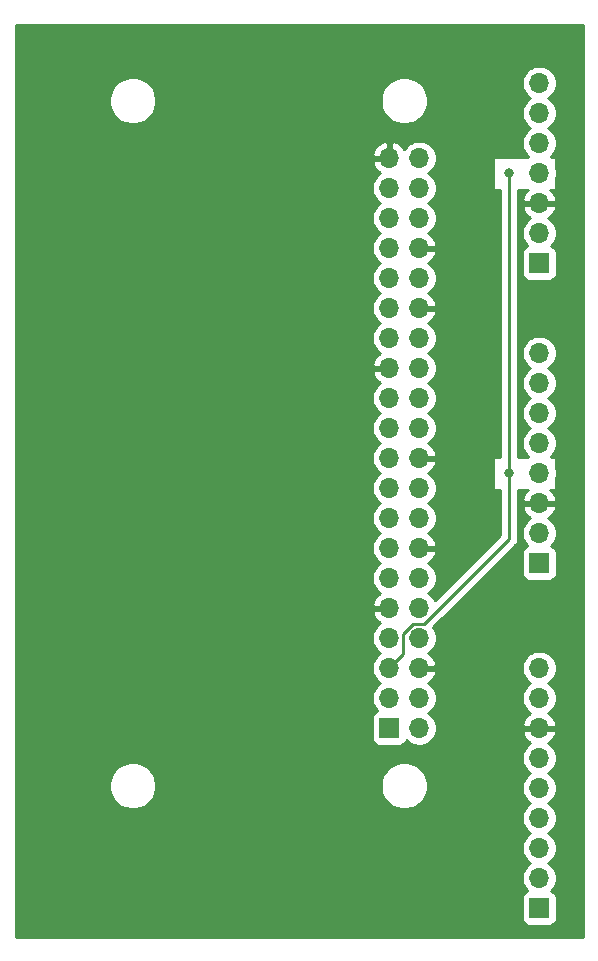
<source format=gbr>
G04 #@! TF.GenerationSoftware,KiCad,Pcbnew,(5.1.5)-3*
G04 #@! TF.CreationDate,2019-12-27T21:02:48-05:00*
G04 #@! TF.ProjectId,pi-altim,70692d61-6c74-4696-9d2e-6b696361645f,rev?*
G04 #@! TF.SameCoordinates,Original*
G04 #@! TF.FileFunction,Copper,L2,Bot*
G04 #@! TF.FilePolarity,Positive*
%FSLAX46Y46*%
G04 Gerber Fmt 4.6, Leading zero omitted, Abs format (unit mm)*
G04 Created by KiCad (PCBNEW (5.1.5)-3) date 2019-12-27 21:02:48*
%MOMM*%
%LPD*%
G04 APERTURE LIST*
%ADD10O,1.700000X1.700000*%
%ADD11R,1.700000X1.700000*%
%ADD12C,0.800000*%
%ADD13C,0.250000*%
%ADD14C,0.254000*%
G04 APERTURE END LIST*
D10*
X46990000Y-64770000D03*
X44450000Y-67310000D03*
X44450000Y-52070000D03*
X46990000Y-52070000D03*
X46990000Y-67310000D03*
X44450000Y-64770000D03*
X46990000Y-69850000D03*
D11*
X44450000Y-69850000D03*
D10*
X44450000Y-41910000D03*
X46990000Y-41910000D03*
X44450000Y-57150000D03*
X46990000Y-57150000D03*
X44450000Y-36830000D03*
X46990000Y-36830000D03*
X44450000Y-54610000D03*
X46990000Y-54610000D03*
X44450000Y-59690000D03*
X46990000Y-59690000D03*
X44450000Y-46990000D03*
X46990000Y-46990000D03*
X44450000Y-24130000D03*
X46990000Y-24130000D03*
X44450000Y-29210000D03*
X46990000Y-29210000D03*
X44450000Y-26670000D03*
X46990000Y-26670000D03*
X44450000Y-49530000D03*
X46990000Y-49530000D03*
X44450000Y-31750000D03*
X46990000Y-31750000D03*
X44450000Y-62230000D03*
X46990000Y-62230000D03*
X44450000Y-34290000D03*
X46990000Y-34290000D03*
X44450000Y-44450000D03*
X46990000Y-44450000D03*
X44450000Y-39370000D03*
X46990000Y-39370000D03*
X44450000Y-21590000D03*
X46990000Y-21590000D03*
D11*
X57150000Y-30480000D03*
D10*
X57150000Y-27940000D03*
X57150000Y-25400000D03*
X57150000Y-22860000D03*
X57150000Y-20320000D03*
X57150000Y-17780000D03*
X57150000Y-15240000D03*
D11*
X57150000Y-55880000D03*
D10*
X57150000Y-53340000D03*
X57150000Y-50800000D03*
X57150000Y-48260000D03*
X57150000Y-45720000D03*
X57150000Y-43180000D03*
X57150000Y-40640000D03*
X57150000Y-38100000D03*
D11*
X57150000Y-85090000D03*
D10*
X57150000Y-82550000D03*
X57150000Y-80010000D03*
X57150000Y-77470000D03*
X57150000Y-74930000D03*
X57150000Y-72390000D03*
X57150000Y-69850000D03*
X57150000Y-67310000D03*
X57150000Y-64770000D03*
D12*
X54610000Y-22860000D03*
X54610000Y-48260000D03*
D13*
X54610000Y-22860000D02*
X54610000Y-48260000D01*
X45299999Y-63920001D02*
X44450000Y-64770000D01*
X45625001Y-63594999D02*
X45299999Y-63920001D01*
X45625001Y-61855997D02*
X45625001Y-63594999D01*
X46425999Y-61054999D02*
X45625001Y-61855997D01*
X47364003Y-61054999D02*
X46425999Y-61054999D01*
X54610000Y-53809002D02*
X47364003Y-61054999D01*
X54610000Y-48260000D02*
X54610000Y-53809002D01*
D14*
G36*
X60833000Y-87503000D02*
G01*
X12827000Y-87503000D01*
X12827000Y-84240000D01*
X55661928Y-84240000D01*
X55661928Y-85940000D01*
X55674188Y-86064482D01*
X55710498Y-86184180D01*
X55769463Y-86294494D01*
X55848815Y-86391185D01*
X55945506Y-86470537D01*
X56055820Y-86529502D01*
X56175518Y-86565812D01*
X56300000Y-86578072D01*
X58000000Y-86578072D01*
X58124482Y-86565812D01*
X58244180Y-86529502D01*
X58354494Y-86470537D01*
X58451185Y-86391185D01*
X58530537Y-86294494D01*
X58589502Y-86184180D01*
X58625812Y-86064482D01*
X58638072Y-85940000D01*
X58638072Y-84240000D01*
X58625812Y-84115518D01*
X58589502Y-83995820D01*
X58530537Y-83885506D01*
X58451185Y-83788815D01*
X58354494Y-83709463D01*
X58244180Y-83650498D01*
X58171620Y-83628487D01*
X58303475Y-83496632D01*
X58465990Y-83253411D01*
X58577932Y-82983158D01*
X58635000Y-82696260D01*
X58635000Y-82403740D01*
X58577932Y-82116842D01*
X58465990Y-81846589D01*
X58303475Y-81603368D01*
X58096632Y-81396525D01*
X57922240Y-81280000D01*
X58096632Y-81163475D01*
X58303475Y-80956632D01*
X58465990Y-80713411D01*
X58577932Y-80443158D01*
X58635000Y-80156260D01*
X58635000Y-79863740D01*
X58577932Y-79576842D01*
X58465990Y-79306589D01*
X58303475Y-79063368D01*
X58096632Y-78856525D01*
X57922240Y-78740000D01*
X58096632Y-78623475D01*
X58303475Y-78416632D01*
X58465990Y-78173411D01*
X58577932Y-77903158D01*
X58635000Y-77616260D01*
X58635000Y-77323740D01*
X58577932Y-77036842D01*
X58465990Y-76766589D01*
X58303475Y-76523368D01*
X58096632Y-76316525D01*
X57922240Y-76200000D01*
X58096632Y-76083475D01*
X58303475Y-75876632D01*
X58465990Y-75633411D01*
X58577932Y-75363158D01*
X58635000Y-75076260D01*
X58635000Y-74783740D01*
X58577932Y-74496842D01*
X58465990Y-74226589D01*
X58303475Y-73983368D01*
X58096632Y-73776525D01*
X57922240Y-73660000D01*
X58096632Y-73543475D01*
X58303475Y-73336632D01*
X58465990Y-73093411D01*
X58577932Y-72823158D01*
X58635000Y-72536260D01*
X58635000Y-72243740D01*
X58577932Y-71956842D01*
X58465990Y-71686589D01*
X58303475Y-71443368D01*
X58096632Y-71236525D01*
X57914466Y-71114805D01*
X58031355Y-71045178D01*
X58247588Y-70850269D01*
X58421641Y-70616920D01*
X58546825Y-70354099D01*
X58591476Y-70206890D01*
X58470155Y-69977000D01*
X57277000Y-69977000D01*
X57277000Y-69997000D01*
X57023000Y-69997000D01*
X57023000Y-69977000D01*
X55829845Y-69977000D01*
X55708524Y-70206890D01*
X55753175Y-70354099D01*
X55878359Y-70616920D01*
X56052412Y-70850269D01*
X56268645Y-71045178D01*
X56385534Y-71114805D01*
X56203368Y-71236525D01*
X55996525Y-71443368D01*
X55834010Y-71686589D01*
X55722068Y-71956842D01*
X55665000Y-72243740D01*
X55665000Y-72536260D01*
X55722068Y-72823158D01*
X55834010Y-73093411D01*
X55996525Y-73336632D01*
X56203368Y-73543475D01*
X56377760Y-73660000D01*
X56203368Y-73776525D01*
X55996525Y-73983368D01*
X55834010Y-74226589D01*
X55722068Y-74496842D01*
X55665000Y-74783740D01*
X55665000Y-75076260D01*
X55722068Y-75363158D01*
X55834010Y-75633411D01*
X55996525Y-75876632D01*
X56203368Y-76083475D01*
X56377760Y-76200000D01*
X56203368Y-76316525D01*
X55996525Y-76523368D01*
X55834010Y-76766589D01*
X55722068Y-77036842D01*
X55665000Y-77323740D01*
X55665000Y-77616260D01*
X55722068Y-77903158D01*
X55834010Y-78173411D01*
X55996525Y-78416632D01*
X56203368Y-78623475D01*
X56377760Y-78740000D01*
X56203368Y-78856525D01*
X55996525Y-79063368D01*
X55834010Y-79306589D01*
X55722068Y-79576842D01*
X55665000Y-79863740D01*
X55665000Y-80156260D01*
X55722068Y-80443158D01*
X55834010Y-80713411D01*
X55996525Y-80956632D01*
X56203368Y-81163475D01*
X56377760Y-81280000D01*
X56203368Y-81396525D01*
X55996525Y-81603368D01*
X55834010Y-81846589D01*
X55722068Y-82116842D01*
X55665000Y-82403740D01*
X55665000Y-82696260D01*
X55722068Y-82983158D01*
X55834010Y-83253411D01*
X55996525Y-83496632D01*
X56128380Y-83628487D01*
X56055820Y-83650498D01*
X55945506Y-83709463D01*
X55848815Y-83788815D01*
X55769463Y-83885506D01*
X55710498Y-83995820D01*
X55674188Y-84115518D01*
X55661928Y-84240000D01*
X12827000Y-84240000D01*
X12827000Y-74522032D01*
X20710000Y-74522032D01*
X20710000Y-74917968D01*
X20787243Y-75306296D01*
X20938761Y-75672092D01*
X21158731Y-76001301D01*
X21438699Y-76281269D01*
X21767908Y-76501239D01*
X22133704Y-76652757D01*
X22522032Y-76730000D01*
X22917968Y-76730000D01*
X23306296Y-76652757D01*
X23672092Y-76501239D01*
X24001301Y-76281269D01*
X24281269Y-76001301D01*
X24501239Y-75672092D01*
X24652757Y-75306296D01*
X24730000Y-74917968D01*
X24730000Y-74522032D01*
X43710000Y-74522032D01*
X43710000Y-74917968D01*
X43787243Y-75306296D01*
X43938761Y-75672092D01*
X44158731Y-76001301D01*
X44438699Y-76281269D01*
X44767908Y-76501239D01*
X45133704Y-76652757D01*
X45522032Y-76730000D01*
X45917968Y-76730000D01*
X46306296Y-76652757D01*
X46672092Y-76501239D01*
X47001301Y-76281269D01*
X47281269Y-76001301D01*
X47501239Y-75672092D01*
X47652757Y-75306296D01*
X47730000Y-74917968D01*
X47730000Y-74522032D01*
X47652757Y-74133704D01*
X47501239Y-73767908D01*
X47281269Y-73438699D01*
X47001301Y-73158731D01*
X46672092Y-72938761D01*
X46306296Y-72787243D01*
X45917968Y-72710000D01*
X45522032Y-72710000D01*
X45133704Y-72787243D01*
X44767908Y-72938761D01*
X44438699Y-73158731D01*
X44158731Y-73438699D01*
X43938761Y-73767908D01*
X43787243Y-74133704D01*
X43710000Y-74522032D01*
X24730000Y-74522032D01*
X24652757Y-74133704D01*
X24501239Y-73767908D01*
X24281269Y-73438699D01*
X24001301Y-73158731D01*
X23672092Y-72938761D01*
X23306296Y-72787243D01*
X22917968Y-72710000D01*
X22522032Y-72710000D01*
X22133704Y-72787243D01*
X21767908Y-72938761D01*
X21438699Y-73158731D01*
X21158731Y-73438699D01*
X20938761Y-73767908D01*
X20787243Y-74133704D01*
X20710000Y-74522032D01*
X12827000Y-74522032D01*
X12827000Y-69000000D01*
X42961928Y-69000000D01*
X42961928Y-70700000D01*
X42974188Y-70824482D01*
X43010498Y-70944180D01*
X43069463Y-71054494D01*
X43148815Y-71151185D01*
X43245506Y-71230537D01*
X43355820Y-71289502D01*
X43475518Y-71325812D01*
X43600000Y-71338072D01*
X45300000Y-71338072D01*
X45424482Y-71325812D01*
X45544180Y-71289502D01*
X45654494Y-71230537D01*
X45751185Y-71151185D01*
X45830537Y-71054494D01*
X45889502Y-70944180D01*
X45911513Y-70871620D01*
X46043368Y-71003475D01*
X46286589Y-71165990D01*
X46556842Y-71277932D01*
X46843740Y-71335000D01*
X47136260Y-71335000D01*
X47423158Y-71277932D01*
X47693411Y-71165990D01*
X47936632Y-71003475D01*
X48143475Y-70796632D01*
X48305990Y-70553411D01*
X48417932Y-70283158D01*
X48475000Y-69996260D01*
X48475000Y-69703740D01*
X48417932Y-69416842D01*
X48305990Y-69146589D01*
X48143475Y-68903368D01*
X47936632Y-68696525D01*
X47762240Y-68580000D01*
X47936632Y-68463475D01*
X48143475Y-68256632D01*
X48305990Y-68013411D01*
X48417932Y-67743158D01*
X48475000Y-67456260D01*
X48475000Y-67163740D01*
X48417932Y-66876842D01*
X48305990Y-66606589D01*
X48143475Y-66363368D01*
X47936632Y-66156525D01*
X47754466Y-66034805D01*
X47871355Y-65965178D01*
X48087588Y-65770269D01*
X48261641Y-65536920D01*
X48386825Y-65274099D01*
X48431476Y-65126890D01*
X48310155Y-64897000D01*
X47117000Y-64897000D01*
X47117000Y-64917000D01*
X46863000Y-64917000D01*
X46863000Y-64897000D01*
X46843000Y-64897000D01*
X46843000Y-64643000D01*
X46863000Y-64643000D01*
X46863000Y-64623000D01*
X47117000Y-64623000D01*
X47117000Y-64643000D01*
X48310155Y-64643000D01*
X48320319Y-64623740D01*
X55665000Y-64623740D01*
X55665000Y-64916260D01*
X55722068Y-65203158D01*
X55834010Y-65473411D01*
X55996525Y-65716632D01*
X56203368Y-65923475D01*
X56377760Y-66040000D01*
X56203368Y-66156525D01*
X55996525Y-66363368D01*
X55834010Y-66606589D01*
X55722068Y-66876842D01*
X55665000Y-67163740D01*
X55665000Y-67456260D01*
X55722068Y-67743158D01*
X55834010Y-68013411D01*
X55996525Y-68256632D01*
X56203368Y-68463475D01*
X56385534Y-68585195D01*
X56268645Y-68654822D01*
X56052412Y-68849731D01*
X55878359Y-69083080D01*
X55753175Y-69345901D01*
X55708524Y-69493110D01*
X55829845Y-69723000D01*
X57023000Y-69723000D01*
X57023000Y-69703000D01*
X57277000Y-69703000D01*
X57277000Y-69723000D01*
X58470155Y-69723000D01*
X58591476Y-69493110D01*
X58546825Y-69345901D01*
X58421641Y-69083080D01*
X58247588Y-68849731D01*
X58031355Y-68654822D01*
X57914466Y-68585195D01*
X58096632Y-68463475D01*
X58303475Y-68256632D01*
X58465990Y-68013411D01*
X58577932Y-67743158D01*
X58635000Y-67456260D01*
X58635000Y-67163740D01*
X58577932Y-66876842D01*
X58465990Y-66606589D01*
X58303475Y-66363368D01*
X58096632Y-66156525D01*
X57922240Y-66040000D01*
X58096632Y-65923475D01*
X58303475Y-65716632D01*
X58465990Y-65473411D01*
X58577932Y-65203158D01*
X58635000Y-64916260D01*
X58635000Y-64623740D01*
X58577932Y-64336842D01*
X58465990Y-64066589D01*
X58303475Y-63823368D01*
X58096632Y-63616525D01*
X57853411Y-63454010D01*
X57583158Y-63342068D01*
X57296260Y-63285000D01*
X57003740Y-63285000D01*
X56716842Y-63342068D01*
X56446589Y-63454010D01*
X56203368Y-63616525D01*
X55996525Y-63823368D01*
X55834010Y-64066589D01*
X55722068Y-64336842D01*
X55665000Y-64623740D01*
X48320319Y-64623740D01*
X48431476Y-64413110D01*
X48386825Y-64265901D01*
X48261641Y-64003080D01*
X48087588Y-63769731D01*
X47871355Y-63574822D01*
X47754466Y-63505195D01*
X47936632Y-63383475D01*
X48143475Y-63176632D01*
X48305990Y-62933411D01*
X48417932Y-62663158D01*
X48475000Y-62376260D01*
X48475000Y-62083740D01*
X48417932Y-61796842D01*
X48305990Y-61526589D01*
X48170295Y-61323508D01*
X54463803Y-55030000D01*
X55661928Y-55030000D01*
X55661928Y-56730000D01*
X55674188Y-56854482D01*
X55710498Y-56974180D01*
X55769463Y-57084494D01*
X55848815Y-57181185D01*
X55945506Y-57260537D01*
X56055820Y-57319502D01*
X56175518Y-57355812D01*
X56300000Y-57368072D01*
X58000000Y-57368072D01*
X58124482Y-57355812D01*
X58244180Y-57319502D01*
X58354494Y-57260537D01*
X58451185Y-57181185D01*
X58530537Y-57084494D01*
X58589502Y-56974180D01*
X58625812Y-56854482D01*
X58638072Y-56730000D01*
X58638072Y-55030000D01*
X58625812Y-54905518D01*
X58589502Y-54785820D01*
X58530537Y-54675506D01*
X58451185Y-54578815D01*
X58354494Y-54499463D01*
X58244180Y-54440498D01*
X58171620Y-54418487D01*
X58303475Y-54286632D01*
X58465990Y-54043411D01*
X58577932Y-53773158D01*
X58635000Y-53486260D01*
X58635000Y-53193740D01*
X58577932Y-52906842D01*
X58465990Y-52636589D01*
X58303475Y-52393368D01*
X58096632Y-52186525D01*
X57914466Y-52064805D01*
X58031355Y-51995178D01*
X58247588Y-51800269D01*
X58421641Y-51566920D01*
X58546825Y-51304099D01*
X58591476Y-51156890D01*
X58470155Y-50927000D01*
X57277000Y-50927000D01*
X57277000Y-50947000D01*
X57023000Y-50947000D01*
X57023000Y-50927000D01*
X55829845Y-50927000D01*
X55708524Y-51156890D01*
X55753175Y-51304099D01*
X55878359Y-51566920D01*
X56052412Y-51800269D01*
X56268645Y-51995178D01*
X56385534Y-52064805D01*
X56203368Y-52186525D01*
X55996525Y-52393368D01*
X55834010Y-52636589D01*
X55722068Y-52906842D01*
X55665000Y-53193740D01*
X55665000Y-53486260D01*
X55722068Y-53773158D01*
X55834010Y-54043411D01*
X55996525Y-54286632D01*
X56128380Y-54418487D01*
X56055820Y-54440498D01*
X55945506Y-54499463D01*
X55848815Y-54578815D01*
X55769463Y-54675506D01*
X55710498Y-54785820D01*
X55674188Y-54905518D01*
X55661928Y-55030000D01*
X54463803Y-55030000D01*
X55121003Y-54372801D01*
X55150001Y-54349003D01*
X55244974Y-54233278D01*
X55315546Y-54101249D01*
X55359003Y-53957988D01*
X55370000Y-53846335D01*
X55370000Y-53846326D01*
X55373676Y-53809003D01*
X55370000Y-53771680D01*
X55370000Y-49657000D01*
X56210758Y-49657000D01*
X56052412Y-49799731D01*
X55878359Y-50033080D01*
X55753175Y-50295901D01*
X55708524Y-50443110D01*
X55829845Y-50673000D01*
X57023000Y-50673000D01*
X57023000Y-50653000D01*
X57277000Y-50653000D01*
X57277000Y-50673000D01*
X58470155Y-50673000D01*
X58591476Y-50443110D01*
X58546825Y-50295901D01*
X58421641Y-50033080D01*
X58247588Y-49799731D01*
X58089242Y-49657000D01*
X58420000Y-49657000D01*
X58444776Y-49654560D01*
X58468601Y-49647333D01*
X58490557Y-49635597D01*
X58509803Y-49619803D01*
X58525597Y-49600557D01*
X58537333Y-49578601D01*
X58544560Y-49554776D01*
X58547000Y-49530000D01*
X58547000Y-48767835D01*
X58577932Y-48693158D01*
X58635000Y-48406260D01*
X58635000Y-48113740D01*
X58577932Y-47826842D01*
X58547000Y-47752165D01*
X58547000Y-46990000D01*
X58544560Y-46965224D01*
X58537333Y-46941399D01*
X58525597Y-46919443D01*
X58509803Y-46900197D01*
X58490557Y-46884403D01*
X58468601Y-46872667D01*
X58444776Y-46865440D01*
X58420000Y-46863000D01*
X58107107Y-46863000D01*
X58303475Y-46666632D01*
X58465990Y-46423411D01*
X58577932Y-46153158D01*
X58635000Y-45866260D01*
X58635000Y-45573740D01*
X58577932Y-45286842D01*
X58465990Y-45016589D01*
X58303475Y-44773368D01*
X58096632Y-44566525D01*
X57922240Y-44450000D01*
X58096632Y-44333475D01*
X58303475Y-44126632D01*
X58465990Y-43883411D01*
X58577932Y-43613158D01*
X58635000Y-43326260D01*
X58635000Y-43033740D01*
X58577932Y-42746842D01*
X58465990Y-42476589D01*
X58303475Y-42233368D01*
X58096632Y-42026525D01*
X57922240Y-41910000D01*
X58096632Y-41793475D01*
X58303475Y-41586632D01*
X58465990Y-41343411D01*
X58577932Y-41073158D01*
X58635000Y-40786260D01*
X58635000Y-40493740D01*
X58577932Y-40206842D01*
X58465990Y-39936589D01*
X58303475Y-39693368D01*
X58096632Y-39486525D01*
X57922240Y-39370000D01*
X58096632Y-39253475D01*
X58303475Y-39046632D01*
X58465990Y-38803411D01*
X58577932Y-38533158D01*
X58635000Y-38246260D01*
X58635000Y-37953740D01*
X58577932Y-37666842D01*
X58465990Y-37396589D01*
X58303475Y-37153368D01*
X58096632Y-36946525D01*
X57853411Y-36784010D01*
X57583158Y-36672068D01*
X57296260Y-36615000D01*
X57003740Y-36615000D01*
X56716842Y-36672068D01*
X56446589Y-36784010D01*
X56203368Y-36946525D01*
X55996525Y-37153368D01*
X55834010Y-37396589D01*
X55722068Y-37666842D01*
X55665000Y-37953740D01*
X55665000Y-38246260D01*
X55722068Y-38533158D01*
X55834010Y-38803411D01*
X55996525Y-39046632D01*
X56203368Y-39253475D01*
X56377760Y-39370000D01*
X56203368Y-39486525D01*
X55996525Y-39693368D01*
X55834010Y-39936589D01*
X55722068Y-40206842D01*
X55665000Y-40493740D01*
X55665000Y-40786260D01*
X55722068Y-41073158D01*
X55834010Y-41343411D01*
X55996525Y-41586632D01*
X56203368Y-41793475D01*
X56377760Y-41910000D01*
X56203368Y-42026525D01*
X55996525Y-42233368D01*
X55834010Y-42476589D01*
X55722068Y-42746842D01*
X55665000Y-43033740D01*
X55665000Y-43326260D01*
X55722068Y-43613158D01*
X55834010Y-43883411D01*
X55996525Y-44126632D01*
X56203368Y-44333475D01*
X56377760Y-44450000D01*
X56203368Y-44566525D01*
X55996525Y-44773368D01*
X55834010Y-45016589D01*
X55722068Y-45286842D01*
X55665000Y-45573740D01*
X55665000Y-45866260D01*
X55722068Y-46153158D01*
X55834010Y-46423411D01*
X55996525Y-46666632D01*
X56192893Y-46863000D01*
X55370000Y-46863000D01*
X55370000Y-29630000D01*
X55661928Y-29630000D01*
X55661928Y-31330000D01*
X55674188Y-31454482D01*
X55710498Y-31574180D01*
X55769463Y-31684494D01*
X55848815Y-31781185D01*
X55945506Y-31860537D01*
X56055820Y-31919502D01*
X56175518Y-31955812D01*
X56300000Y-31968072D01*
X58000000Y-31968072D01*
X58124482Y-31955812D01*
X58244180Y-31919502D01*
X58354494Y-31860537D01*
X58451185Y-31781185D01*
X58530537Y-31684494D01*
X58589502Y-31574180D01*
X58625812Y-31454482D01*
X58638072Y-31330000D01*
X58638072Y-29630000D01*
X58625812Y-29505518D01*
X58589502Y-29385820D01*
X58530537Y-29275506D01*
X58451185Y-29178815D01*
X58354494Y-29099463D01*
X58244180Y-29040498D01*
X58171620Y-29018487D01*
X58303475Y-28886632D01*
X58465990Y-28643411D01*
X58577932Y-28373158D01*
X58635000Y-28086260D01*
X58635000Y-27793740D01*
X58577932Y-27506842D01*
X58465990Y-27236589D01*
X58303475Y-26993368D01*
X58096632Y-26786525D01*
X57914466Y-26664805D01*
X58031355Y-26595178D01*
X58247588Y-26400269D01*
X58421641Y-26166920D01*
X58546825Y-25904099D01*
X58591476Y-25756890D01*
X58470155Y-25527000D01*
X57277000Y-25527000D01*
X57277000Y-25547000D01*
X57023000Y-25547000D01*
X57023000Y-25527000D01*
X55829845Y-25527000D01*
X55708524Y-25756890D01*
X55753175Y-25904099D01*
X55878359Y-26166920D01*
X56052412Y-26400269D01*
X56268645Y-26595178D01*
X56385534Y-26664805D01*
X56203368Y-26786525D01*
X55996525Y-26993368D01*
X55834010Y-27236589D01*
X55722068Y-27506842D01*
X55665000Y-27793740D01*
X55665000Y-28086260D01*
X55722068Y-28373158D01*
X55834010Y-28643411D01*
X55996525Y-28886632D01*
X56128380Y-29018487D01*
X56055820Y-29040498D01*
X55945506Y-29099463D01*
X55848815Y-29178815D01*
X55769463Y-29275506D01*
X55710498Y-29385820D01*
X55674188Y-29505518D01*
X55661928Y-29630000D01*
X55370000Y-29630000D01*
X55370000Y-24257000D01*
X56210758Y-24257000D01*
X56052412Y-24399731D01*
X55878359Y-24633080D01*
X55753175Y-24895901D01*
X55708524Y-25043110D01*
X55829845Y-25273000D01*
X57023000Y-25273000D01*
X57023000Y-25253000D01*
X57277000Y-25253000D01*
X57277000Y-25273000D01*
X58470155Y-25273000D01*
X58591476Y-25043110D01*
X58546825Y-24895901D01*
X58421641Y-24633080D01*
X58247588Y-24399731D01*
X58089242Y-24257000D01*
X58420000Y-24257000D01*
X58444776Y-24254560D01*
X58468601Y-24247333D01*
X58490557Y-24235597D01*
X58509803Y-24219803D01*
X58525597Y-24200557D01*
X58537333Y-24178601D01*
X58544560Y-24154776D01*
X58547000Y-24130000D01*
X58547000Y-23367835D01*
X58577932Y-23293158D01*
X58635000Y-23006260D01*
X58635000Y-22713740D01*
X58577932Y-22426842D01*
X58547000Y-22352165D01*
X58547000Y-21590000D01*
X58544560Y-21565224D01*
X58537333Y-21541399D01*
X58525597Y-21519443D01*
X58509803Y-21500197D01*
X58490557Y-21484403D01*
X58468601Y-21472667D01*
X58444776Y-21465440D01*
X58420000Y-21463000D01*
X58107107Y-21463000D01*
X58303475Y-21266632D01*
X58465990Y-21023411D01*
X58577932Y-20753158D01*
X58635000Y-20466260D01*
X58635000Y-20173740D01*
X58577932Y-19886842D01*
X58465990Y-19616589D01*
X58303475Y-19373368D01*
X58096632Y-19166525D01*
X57922240Y-19050000D01*
X58096632Y-18933475D01*
X58303475Y-18726632D01*
X58465990Y-18483411D01*
X58577932Y-18213158D01*
X58635000Y-17926260D01*
X58635000Y-17633740D01*
X58577932Y-17346842D01*
X58465990Y-17076589D01*
X58303475Y-16833368D01*
X58096632Y-16626525D01*
X57922240Y-16510000D01*
X58096632Y-16393475D01*
X58303475Y-16186632D01*
X58465990Y-15943411D01*
X58577932Y-15673158D01*
X58635000Y-15386260D01*
X58635000Y-15093740D01*
X58577932Y-14806842D01*
X58465990Y-14536589D01*
X58303475Y-14293368D01*
X58096632Y-14086525D01*
X57853411Y-13924010D01*
X57583158Y-13812068D01*
X57296260Y-13755000D01*
X57003740Y-13755000D01*
X56716842Y-13812068D01*
X56446589Y-13924010D01*
X56203368Y-14086525D01*
X55996525Y-14293368D01*
X55834010Y-14536589D01*
X55722068Y-14806842D01*
X55665000Y-15093740D01*
X55665000Y-15386260D01*
X55722068Y-15673158D01*
X55834010Y-15943411D01*
X55996525Y-16186632D01*
X56203368Y-16393475D01*
X56377760Y-16510000D01*
X56203368Y-16626525D01*
X55996525Y-16833368D01*
X55834010Y-17076589D01*
X55722068Y-17346842D01*
X55665000Y-17633740D01*
X55665000Y-17926260D01*
X55722068Y-18213158D01*
X55834010Y-18483411D01*
X55996525Y-18726632D01*
X56203368Y-18933475D01*
X56377760Y-19050000D01*
X56203368Y-19166525D01*
X55996525Y-19373368D01*
X55834010Y-19616589D01*
X55722068Y-19886842D01*
X55665000Y-20173740D01*
X55665000Y-20466260D01*
X55722068Y-20753158D01*
X55834010Y-21023411D01*
X55996525Y-21266632D01*
X56192893Y-21463000D01*
X53340000Y-21463000D01*
X53315224Y-21465440D01*
X53291399Y-21472667D01*
X53269443Y-21484403D01*
X53250197Y-21500197D01*
X53234403Y-21519443D01*
X53222667Y-21541399D01*
X53215440Y-21565224D01*
X53213000Y-21590000D01*
X53213000Y-24130000D01*
X53215440Y-24154776D01*
X53222667Y-24178601D01*
X53234403Y-24200557D01*
X53250197Y-24219803D01*
X53269443Y-24235597D01*
X53291399Y-24247333D01*
X53315224Y-24254560D01*
X53340000Y-24257000D01*
X53850000Y-24257000D01*
X53850001Y-46863000D01*
X53340000Y-46863000D01*
X53315224Y-46865440D01*
X53291399Y-46872667D01*
X53269443Y-46884403D01*
X53250197Y-46900197D01*
X53234403Y-46919443D01*
X53222667Y-46941399D01*
X53215440Y-46965224D01*
X53213000Y-46990000D01*
X53213000Y-49530000D01*
X53215440Y-49554776D01*
X53222667Y-49578601D01*
X53234403Y-49600557D01*
X53250197Y-49619803D01*
X53269443Y-49635597D01*
X53291399Y-49647333D01*
X53315224Y-49654560D01*
X53340000Y-49657000D01*
X53850000Y-49657000D01*
X53850001Y-53494199D01*
X48321110Y-59023091D01*
X48305990Y-58986589D01*
X48143475Y-58743368D01*
X47936632Y-58536525D01*
X47762240Y-58420000D01*
X47936632Y-58303475D01*
X48143475Y-58096632D01*
X48305990Y-57853411D01*
X48417932Y-57583158D01*
X48475000Y-57296260D01*
X48475000Y-57003740D01*
X48417932Y-56716842D01*
X48305990Y-56446589D01*
X48143475Y-56203368D01*
X47936632Y-55996525D01*
X47754466Y-55874805D01*
X47871355Y-55805178D01*
X48087588Y-55610269D01*
X48261641Y-55376920D01*
X48386825Y-55114099D01*
X48431476Y-54966890D01*
X48310155Y-54737000D01*
X47117000Y-54737000D01*
X47117000Y-54757000D01*
X46863000Y-54757000D01*
X46863000Y-54737000D01*
X46843000Y-54737000D01*
X46843000Y-54483000D01*
X46863000Y-54483000D01*
X46863000Y-54463000D01*
X47117000Y-54463000D01*
X47117000Y-54483000D01*
X48310155Y-54483000D01*
X48431476Y-54253110D01*
X48386825Y-54105901D01*
X48261641Y-53843080D01*
X48087588Y-53609731D01*
X47871355Y-53414822D01*
X47754466Y-53345195D01*
X47936632Y-53223475D01*
X48143475Y-53016632D01*
X48305990Y-52773411D01*
X48417932Y-52503158D01*
X48475000Y-52216260D01*
X48475000Y-51923740D01*
X48417932Y-51636842D01*
X48305990Y-51366589D01*
X48143475Y-51123368D01*
X47936632Y-50916525D01*
X47762240Y-50800000D01*
X47936632Y-50683475D01*
X48143475Y-50476632D01*
X48305990Y-50233411D01*
X48417932Y-49963158D01*
X48475000Y-49676260D01*
X48475000Y-49383740D01*
X48417932Y-49096842D01*
X48305990Y-48826589D01*
X48143475Y-48583368D01*
X47936632Y-48376525D01*
X47754466Y-48254805D01*
X47871355Y-48185178D01*
X48087588Y-47990269D01*
X48261641Y-47756920D01*
X48386825Y-47494099D01*
X48431476Y-47346890D01*
X48310155Y-47117000D01*
X47117000Y-47117000D01*
X47117000Y-47137000D01*
X46863000Y-47137000D01*
X46863000Y-47117000D01*
X46843000Y-47117000D01*
X46843000Y-46863000D01*
X46863000Y-46863000D01*
X46863000Y-46843000D01*
X47117000Y-46843000D01*
X47117000Y-46863000D01*
X48310155Y-46863000D01*
X48431476Y-46633110D01*
X48386825Y-46485901D01*
X48261641Y-46223080D01*
X48087588Y-45989731D01*
X47871355Y-45794822D01*
X47754466Y-45725195D01*
X47936632Y-45603475D01*
X48143475Y-45396632D01*
X48305990Y-45153411D01*
X48417932Y-44883158D01*
X48475000Y-44596260D01*
X48475000Y-44303740D01*
X48417932Y-44016842D01*
X48305990Y-43746589D01*
X48143475Y-43503368D01*
X47936632Y-43296525D01*
X47762240Y-43180000D01*
X47936632Y-43063475D01*
X48143475Y-42856632D01*
X48305990Y-42613411D01*
X48417932Y-42343158D01*
X48475000Y-42056260D01*
X48475000Y-41763740D01*
X48417932Y-41476842D01*
X48305990Y-41206589D01*
X48143475Y-40963368D01*
X47936632Y-40756525D01*
X47762240Y-40640000D01*
X47936632Y-40523475D01*
X48143475Y-40316632D01*
X48305990Y-40073411D01*
X48417932Y-39803158D01*
X48475000Y-39516260D01*
X48475000Y-39223740D01*
X48417932Y-38936842D01*
X48305990Y-38666589D01*
X48143475Y-38423368D01*
X47936632Y-38216525D01*
X47762240Y-38100000D01*
X47936632Y-37983475D01*
X48143475Y-37776632D01*
X48305990Y-37533411D01*
X48417932Y-37263158D01*
X48475000Y-36976260D01*
X48475000Y-36683740D01*
X48417932Y-36396842D01*
X48305990Y-36126589D01*
X48143475Y-35883368D01*
X47936632Y-35676525D01*
X47754466Y-35554805D01*
X47871355Y-35485178D01*
X48087588Y-35290269D01*
X48261641Y-35056920D01*
X48386825Y-34794099D01*
X48431476Y-34646890D01*
X48310155Y-34417000D01*
X47117000Y-34417000D01*
X47117000Y-34437000D01*
X46863000Y-34437000D01*
X46863000Y-34417000D01*
X46843000Y-34417000D01*
X46843000Y-34163000D01*
X46863000Y-34163000D01*
X46863000Y-34143000D01*
X47117000Y-34143000D01*
X47117000Y-34163000D01*
X48310155Y-34163000D01*
X48431476Y-33933110D01*
X48386825Y-33785901D01*
X48261641Y-33523080D01*
X48087588Y-33289731D01*
X47871355Y-33094822D01*
X47754466Y-33025195D01*
X47936632Y-32903475D01*
X48143475Y-32696632D01*
X48305990Y-32453411D01*
X48417932Y-32183158D01*
X48475000Y-31896260D01*
X48475000Y-31603740D01*
X48417932Y-31316842D01*
X48305990Y-31046589D01*
X48143475Y-30803368D01*
X47936632Y-30596525D01*
X47754466Y-30474805D01*
X47871355Y-30405178D01*
X48087588Y-30210269D01*
X48261641Y-29976920D01*
X48386825Y-29714099D01*
X48431476Y-29566890D01*
X48310155Y-29337000D01*
X47117000Y-29337000D01*
X47117000Y-29357000D01*
X46863000Y-29357000D01*
X46863000Y-29337000D01*
X46843000Y-29337000D01*
X46843000Y-29083000D01*
X46863000Y-29083000D01*
X46863000Y-29063000D01*
X47117000Y-29063000D01*
X47117000Y-29083000D01*
X48310155Y-29083000D01*
X48431476Y-28853110D01*
X48386825Y-28705901D01*
X48261641Y-28443080D01*
X48087588Y-28209731D01*
X47871355Y-28014822D01*
X47754466Y-27945195D01*
X47936632Y-27823475D01*
X48143475Y-27616632D01*
X48305990Y-27373411D01*
X48417932Y-27103158D01*
X48475000Y-26816260D01*
X48475000Y-26523740D01*
X48417932Y-26236842D01*
X48305990Y-25966589D01*
X48143475Y-25723368D01*
X47936632Y-25516525D01*
X47762240Y-25400000D01*
X47936632Y-25283475D01*
X48143475Y-25076632D01*
X48305990Y-24833411D01*
X48417932Y-24563158D01*
X48475000Y-24276260D01*
X48475000Y-23983740D01*
X48417932Y-23696842D01*
X48305990Y-23426589D01*
X48143475Y-23183368D01*
X47936632Y-22976525D01*
X47762240Y-22860000D01*
X47936632Y-22743475D01*
X48143475Y-22536632D01*
X48305990Y-22293411D01*
X48417932Y-22023158D01*
X48475000Y-21736260D01*
X48475000Y-21443740D01*
X48417932Y-21156842D01*
X48305990Y-20886589D01*
X48143475Y-20643368D01*
X47936632Y-20436525D01*
X47693411Y-20274010D01*
X47423158Y-20162068D01*
X47136260Y-20105000D01*
X46843740Y-20105000D01*
X46556842Y-20162068D01*
X46286589Y-20274010D01*
X46043368Y-20436525D01*
X45836525Y-20643368D01*
X45718900Y-20819406D01*
X45547588Y-20589731D01*
X45331355Y-20394822D01*
X45081252Y-20245843D01*
X44806891Y-20148519D01*
X44577000Y-20269186D01*
X44577000Y-21463000D01*
X44597000Y-21463000D01*
X44597000Y-21717000D01*
X44577000Y-21717000D01*
X44577000Y-21737000D01*
X44323000Y-21737000D01*
X44323000Y-21717000D01*
X43129845Y-21717000D01*
X43008524Y-21946890D01*
X43053175Y-22094099D01*
X43178359Y-22356920D01*
X43352412Y-22590269D01*
X43568645Y-22785178D01*
X43685534Y-22854805D01*
X43503368Y-22976525D01*
X43296525Y-23183368D01*
X43134010Y-23426589D01*
X43022068Y-23696842D01*
X42965000Y-23983740D01*
X42965000Y-24276260D01*
X43022068Y-24563158D01*
X43134010Y-24833411D01*
X43296525Y-25076632D01*
X43503368Y-25283475D01*
X43677760Y-25400000D01*
X43503368Y-25516525D01*
X43296525Y-25723368D01*
X43134010Y-25966589D01*
X43022068Y-26236842D01*
X42965000Y-26523740D01*
X42965000Y-26816260D01*
X43022068Y-27103158D01*
X43134010Y-27373411D01*
X43296525Y-27616632D01*
X43503368Y-27823475D01*
X43677760Y-27940000D01*
X43503368Y-28056525D01*
X43296525Y-28263368D01*
X43134010Y-28506589D01*
X43022068Y-28776842D01*
X42965000Y-29063740D01*
X42965000Y-29356260D01*
X43022068Y-29643158D01*
X43134010Y-29913411D01*
X43296525Y-30156632D01*
X43503368Y-30363475D01*
X43677760Y-30480000D01*
X43503368Y-30596525D01*
X43296525Y-30803368D01*
X43134010Y-31046589D01*
X43022068Y-31316842D01*
X42965000Y-31603740D01*
X42965000Y-31896260D01*
X43022068Y-32183158D01*
X43134010Y-32453411D01*
X43296525Y-32696632D01*
X43503368Y-32903475D01*
X43677760Y-33020000D01*
X43503368Y-33136525D01*
X43296525Y-33343368D01*
X43134010Y-33586589D01*
X43022068Y-33856842D01*
X42965000Y-34143740D01*
X42965000Y-34436260D01*
X43022068Y-34723158D01*
X43134010Y-34993411D01*
X43296525Y-35236632D01*
X43503368Y-35443475D01*
X43677760Y-35560000D01*
X43503368Y-35676525D01*
X43296525Y-35883368D01*
X43134010Y-36126589D01*
X43022068Y-36396842D01*
X42965000Y-36683740D01*
X42965000Y-36976260D01*
X43022068Y-37263158D01*
X43134010Y-37533411D01*
X43296525Y-37776632D01*
X43503368Y-37983475D01*
X43685534Y-38105195D01*
X43568645Y-38174822D01*
X43352412Y-38369731D01*
X43178359Y-38603080D01*
X43053175Y-38865901D01*
X43008524Y-39013110D01*
X43129845Y-39243000D01*
X44323000Y-39243000D01*
X44323000Y-39223000D01*
X44577000Y-39223000D01*
X44577000Y-39243000D01*
X44597000Y-39243000D01*
X44597000Y-39497000D01*
X44577000Y-39497000D01*
X44577000Y-39517000D01*
X44323000Y-39517000D01*
X44323000Y-39497000D01*
X43129845Y-39497000D01*
X43008524Y-39726890D01*
X43053175Y-39874099D01*
X43178359Y-40136920D01*
X43352412Y-40370269D01*
X43568645Y-40565178D01*
X43685534Y-40634805D01*
X43503368Y-40756525D01*
X43296525Y-40963368D01*
X43134010Y-41206589D01*
X43022068Y-41476842D01*
X42965000Y-41763740D01*
X42965000Y-42056260D01*
X43022068Y-42343158D01*
X43134010Y-42613411D01*
X43296525Y-42856632D01*
X43503368Y-43063475D01*
X43677760Y-43180000D01*
X43503368Y-43296525D01*
X43296525Y-43503368D01*
X43134010Y-43746589D01*
X43022068Y-44016842D01*
X42965000Y-44303740D01*
X42965000Y-44596260D01*
X43022068Y-44883158D01*
X43134010Y-45153411D01*
X43296525Y-45396632D01*
X43503368Y-45603475D01*
X43677760Y-45720000D01*
X43503368Y-45836525D01*
X43296525Y-46043368D01*
X43134010Y-46286589D01*
X43022068Y-46556842D01*
X42965000Y-46843740D01*
X42965000Y-47136260D01*
X43022068Y-47423158D01*
X43134010Y-47693411D01*
X43296525Y-47936632D01*
X43503368Y-48143475D01*
X43677760Y-48260000D01*
X43503368Y-48376525D01*
X43296525Y-48583368D01*
X43134010Y-48826589D01*
X43022068Y-49096842D01*
X42965000Y-49383740D01*
X42965000Y-49676260D01*
X43022068Y-49963158D01*
X43134010Y-50233411D01*
X43296525Y-50476632D01*
X43503368Y-50683475D01*
X43677760Y-50800000D01*
X43503368Y-50916525D01*
X43296525Y-51123368D01*
X43134010Y-51366589D01*
X43022068Y-51636842D01*
X42965000Y-51923740D01*
X42965000Y-52216260D01*
X43022068Y-52503158D01*
X43134010Y-52773411D01*
X43296525Y-53016632D01*
X43503368Y-53223475D01*
X43677760Y-53340000D01*
X43503368Y-53456525D01*
X43296525Y-53663368D01*
X43134010Y-53906589D01*
X43022068Y-54176842D01*
X42965000Y-54463740D01*
X42965000Y-54756260D01*
X43022068Y-55043158D01*
X43134010Y-55313411D01*
X43296525Y-55556632D01*
X43503368Y-55763475D01*
X43677760Y-55880000D01*
X43503368Y-55996525D01*
X43296525Y-56203368D01*
X43134010Y-56446589D01*
X43022068Y-56716842D01*
X42965000Y-57003740D01*
X42965000Y-57296260D01*
X43022068Y-57583158D01*
X43134010Y-57853411D01*
X43296525Y-58096632D01*
X43503368Y-58303475D01*
X43685534Y-58425195D01*
X43568645Y-58494822D01*
X43352412Y-58689731D01*
X43178359Y-58923080D01*
X43053175Y-59185901D01*
X43008524Y-59333110D01*
X43129845Y-59563000D01*
X44323000Y-59563000D01*
X44323000Y-59543000D01*
X44577000Y-59543000D01*
X44577000Y-59563000D01*
X44597000Y-59563000D01*
X44597000Y-59817000D01*
X44577000Y-59817000D01*
X44577000Y-59837000D01*
X44323000Y-59837000D01*
X44323000Y-59817000D01*
X43129845Y-59817000D01*
X43008524Y-60046890D01*
X43053175Y-60194099D01*
X43178359Y-60456920D01*
X43352412Y-60690269D01*
X43568645Y-60885178D01*
X43685534Y-60954805D01*
X43503368Y-61076525D01*
X43296525Y-61283368D01*
X43134010Y-61526589D01*
X43022068Y-61796842D01*
X42965000Y-62083740D01*
X42965000Y-62376260D01*
X43022068Y-62663158D01*
X43134010Y-62933411D01*
X43296525Y-63176632D01*
X43503368Y-63383475D01*
X43677760Y-63500000D01*
X43503368Y-63616525D01*
X43296525Y-63823368D01*
X43134010Y-64066589D01*
X43022068Y-64336842D01*
X42965000Y-64623740D01*
X42965000Y-64916260D01*
X43022068Y-65203158D01*
X43134010Y-65473411D01*
X43296525Y-65716632D01*
X43503368Y-65923475D01*
X43677760Y-66040000D01*
X43503368Y-66156525D01*
X43296525Y-66363368D01*
X43134010Y-66606589D01*
X43022068Y-66876842D01*
X42965000Y-67163740D01*
X42965000Y-67456260D01*
X43022068Y-67743158D01*
X43134010Y-68013411D01*
X43296525Y-68256632D01*
X43428380Y-68388487D01*
X43355820Y-68410498D01*
X43245506Y-68469463D01*
X43148815Y-68548815D01*
X43069463Y-68645506D01*
X43010498Y-68755820D01*
X42974188Y-68875518D01*
X42961928Y-69000000D01*
X12827000Y-69000000D01*
X12827000Y-21233110D01*
X43008524Y-21233110D01*
X43129845Y-21463000D01*
X44323000Y-21463000D01*
X44323000Y-20269186D01*
X44093109Y-20148519D01*
X43818748Y-20245843D01*
X43568645Y-20394822D01*
X43352412Y-20589731D01*
X43178359Y-20823080D01*
X43053175Y-21085901D01*
X43008524Y-21233110D01*
X12827000Y-21233110D01*
X12827000Y-16522032D01*
X20710000Y-16522032D01*
X20710000Y-16917968D01*
X20787243Y-17306296D01*
X20938761Y-17672092D01*
X21158731Y-18001301D01*
X21438699Y-18281269D01*
X21767908Y-18501239D01*
X22133704Y-18652757D01*
X22522032Y-18730000D01*
X22917968Y-18730000D01*
X23306296Y-18652757D01*
X23672092Y-18501239D01*
X24001301Y-18281269D01*
X24281269Y-18001301D01*
X24501239Y-17672092D01*
X24652757Y-17306296D01*
X24730000Y-16917968D01*
X24730000Y-16522032D01*
X43710000Y-16522032D01*
X43710000Y-16917968D01*
X43787243Y-17306296D01*
X43938761Y-17672092D01*
X44158731Y-18001301D01*
X44438699Y-18281269D01*
X44767908Y-18501239D01*
X45133704Y-18652757D01*
X45522032Y-18730000D01*
X45917968Y-18730000D01*
X46306296Y-18652757D01*
X46672092Y-18501239D01*
X47001301Y-18281269D01*
X47281269Y-18001301D01*
X47501239Y-17672092D01*
X47652757Y-17306296D01*
X47730000Y-16917968D01*
X47730000Y-16522032D01*
X47652757Y-16133704D01*
X47501239Y-15767908D01*
X47281269Y-15438699D01*
X47001301Y-15158731D01*
X46672092Y-14938761D01*
X46306296Y-14787243D01*
X45917968Y-14710000D01*
X45522032Y-14710000D01*
X45133704Y-14787243D01*
X44767908Y-14938761D01*
X44438699Y-15158731D01*
X44158731Y-15438699D01*
X43938761Y-15767908D01*
X43787243Y-16133704D01*
X43710000Y-16522032D01*
X24730000Y-16522032D01*
X24652757Y-16133704D01*
X24501239Y-15767908D01*
X24281269Y-15438699D01*
X24001301Y-15158731D01*
X23672092Y-14938761D01*
X23306296Y-14787243D01*
X22917968Y-14710000D01*
X22522032Y-14710000D01*
X22133704Y-14787243D01*
X21767908Y-14938761D01*
X21438699Y-15158731D01*
X21158731Y-15438699D01*
X20938761Y-15767908D01*
X20787243Y-16133704D01*
X20710000Y-16522032D01*
X12827000Y-16522032D01*
X12827000Y-10287000D01*
X60833000Y-10287000D01*
X60833000Y-87503000D01*
G37*
X60833000Y-87503000D02*
X12827000Y-87503000D01*
X12827000Y-84240000D01*
X55661928Y-84240000D01*
X55661928Y-85940000D01*
X55674188Y-86064482D01*
X55710498Y-86184180D01*
X55769463Y-86294494D01*
X55848815Y-86391185D01*
X55945506Y-86470537D01*
X56055820Y-86529502D01*
X56175518Y-86565812D01*
X56300000Y-86578072D01*
X58000000Y-86578072D01*
X58124482Y-86565812D01*
X58244180Y-86529502D01*
X58354494Y-86470537D01*
X58451185Y-86391185D01*
X58530537Y-86294494D01*
X58589502Y-86184180D01*
X58625812Y-86064482D01*
X58638072Y-85940000D01*
X58638072Y-84240000D01*
X58625812Y-84115518D01*
X58589502Y-83995820D01*
X58530537Y-83885506D01*
X58451185Y-83788815D01*
X58354494Y-83709463D01*
X58244180Y-83650498D01*
X58171620Y-83628487D01*
X58303475Y-83496632D01*
X58465990Y-83253411D01*
X58577932Y-82983158D01*
X58635000Y-82696260D01*
X58635000Y-82403740D01*
X58577932Y-82116842D01*
X58465990Y-81846589D01*
X58303475Y-81603368D01*
X58096632Y-81396525D01*
X57922240Y-81280000D01*
X58096632Y-81163475D01*
X58303475Y-80956632D01*
X58465990Y-80713411D01*
X58577932Y-80443158D01*
X58635000Y-80156260D01*
X58635000Y-79863740D01*
X58577932Y-79576842D01*
X58465990Y-79306589D01*
X58303475Y-79063368D01*
X58096632Y-78856525D01*
X57922240Y-78740000D01*
X58096632Y-78623475D01*
X58303475Y-78416632D01*
X58465990Y-78173411D01*
X58577932Y-77903158D01*
X58635000Y-77616260D01*
X58635000Y-77323740D01*
X58577932Y-77036842D01*
X58465990Y-76766589D01*
X58303475Y-76523368D01*
X58096632Y-76316525D01*
X57922240Y-76200000D01*
X58096632Y-76083475D01*
X58303475Y-75876632D01*
X58465990Y-75633411D01*
X58577932Y-75363158D01*
X58635000Y-75076260D01*
X58635000Y-74783740D01*
X58577932Y-74496842D01*
X58465990Y-74226589D01*
X58303475Y-73983368D01*
X58096632Y-73776525D01*
X57922240Y-73660000D01*
X58096632Y-73543475D01*
X58303475Y-73336632D01*
X58465990Y-73093411D01*
X58577932Y-72823158D01*
X58635000Y-72536260D01*
X58635000Y-72243740D01*
X58577932Y-71956842D01*
X58465990Y-71686589D01*
X58303475Y-71443368D01*
X58096632Y-71236525D01*
X57914466Y-71114805D01*
X58031355Y-71045178D01*
X58247588Y-70850269D01*
X58421641Y-70616920D01*
X58546825Y-70354099D01*
X58591476Y-70206890D01*
X58470155Y-69977000D01*
X57277000Y-69977000D01*
X57277000Y-69997000D01*
X57023000Y-69997000D01*
X57023000Y-69977000D01*
X55829845Y-69977000D01*
X55708524Y-70206890D01*
X55753175Y-70354099D01*
X55878359Y-70616920D01*
X56052412Y-70850269D01*
X56268645Y-71045178D01*
X56385534Y-71114805D01*
X56203368Y-71236525D01*
X55996525Y-71443368D01*
X55834010Y-71686589D01*
X55722068Y-71956842D01*
X55665000Y-72243740D01*
X55665000Y-72536260D01*
X55722068Y-72823158D01*
X55834010Y-73093411D01*
X55996525Y-73336632D01*
X56203368Y-73543475D01*
X56377760Y-73660000D01*
X56203368Y-73776525D01*
X55996525Y-73983368D01*
X55834010Y-74226589D01*
X55722068Y-74496842D01*
X55665000Y-74783740D01*
X55665000Y-75076260D01*
X55722068Y-75363158D01*
X55834010Y-75633411D01*
X55996525Y-75876632D01*
X56203368Y-76083475D01*
X56377760Y-76200000D01*
X56203368Y-76316525D01*
X55996525Y-76523368D01*
X55834010Y-76766589D01*
X55722068Y-77036842D01*
X55665000Y-77323740D01*
X55665000Y-77616260D01*
X55722068Y-77903158D01*
X55834010Y-78173411D01*
X55996525Y-78416632D01*
X56203368Y-78623475D01*
X56377760Y-78740000D01*
X56203368Y-78856525D01*
X55996525Y-79063368D01*
X55834010Y-79306589D01*
X55722068Y-79576842D01*
X55665000Y-79863740D01*
X55665000Y-80156260D01*
X55722068Y-80443158D01*
X55834010Y-80713411D01*
X55996525Y-80956632D01*
X56203368Y-81163475D01*
X56377760Y-81280000D01*
X56203368Y-81396525D01*
X55996525Y-81603368D01*
X55834010Y-81846589D01*
X55722068Y-82116842D01*
X55665000Y-82403740D01*
X55665000Y-82696260D01*
X55722068Y-82983158D01*
X55834010Y-83253411D01*
X55996525Y-83496632D01*
X56128380Y-83628487D01*
X56055820Y-83650498D01*
X55945506Y-83709463D01*
X55848815Y-83788815D01*
X55769463Y-83885506D01*
X55710498Y-83995820D01*
X55674188Y-84115518D01*
X55661928Y-84240000D01*
X12827000Y-84240000D01*
X12827000Y-74522032D01*
X20710000Y-74522032D01*
X20710000Y-74917968D01*
X20787243Y-75306296D01*
X20938761Y-75672092D01*
X21158731Y-76001301D01*
X21438699Y-76281269D01*
X21767908Y-76501239D01*
X22133704Y-76652757D01*
X22522032Y-76730000D01*
X22917968Y-76730000D01*
X23306296Y-76652757D01*
X23672092Y-76501239D01*
X24001301Y-76281269D01*
X24281269Y-76001301D01*
X24501239Y-75672092D01*
X24652757Y-75306296D01*
X24730000Y-74917968D01*
X24730000Y-74522032D01*
X43710000Y-74522032D01*
X43710000Y-74917968D01*
X43787243Y-75306296D01*
X43938761Y-75672092D01*
X44158731Y-76001301D01*
X44438699Y-76281269D01*
X44767908Y-76501239D01*
X45133704Y-76652757D01*
X45522032Y-76730000D01*
X45917968Y-76730000D01*
X46306296Y-76652757D01*
X46672092Y-76501239D01*
X47001301Y-76281269D01*
X47281269Y-76001301D01*
X47501239Y-75672092D01*
X47652757Y-75306296D01*
X47730000Y-74917968D01*
X47730000Y-74522032D01*
X47652757Y-74133704D01*
X47501239Y-73767908D01*
X47281269Y-73438699D01*
X47001301Y-73158731D01*
X46672092Y-72938761D01*
X46306296Y-72787243D01*
X45917968Y-72710000D01*
X45522032Y-72710000D01*
X45133704Y-72787243D01*
X44767908Y-72938761D01*
X44438699Y-73158731D01*
X44158731Y-73438699D01*
X43938761Y-73767908D01*
X43787243Y-74133704D01*
X43710000Y-74522032D01*
X24730000Y-74522032D01*
X24652757Y-74133704D01*
X24501239Y-73767908D01*
X24281269Y-73438699D01*
X24001301Y-73158731D01*
X23672092Y-72938761D01*
X23306296Y-72787243D01*
X22917968Y-72710000D01*
X22522032Y-72710000D01*
X22133704Y-72787243D01*
X21767908Y-72938761D01*
X21438699Y-73158731D01*
X21158731Y-73438699D01*
X20938761Y-73767908D01*
X20787243Y-74133704D01*
X20710000Y-74522032D01*
X12827000Y-74522032D01*
X12827000Y-69000000D01*
X42961928Y-69000000D01*
X42961928Y-70700000D01*
X42974188Y-70824482D01*
X43010498Y-70944180D01*
X43069463Y-71054494D01*
X43148815Y-71151185D01*
X43245506Y-71230537D01*
X43355820Y-71289502D01*
X43475518Y-71325812D01*
X43600000Y-71338072D01*
X45300000Y-71338072D01*
X45424482Y-71325812D01*
X45544180Y-71289502D01*
X45654494Y-71230537D01*
X45751185Y-71151185D01*
X45830537Y-71054494D01*
X45889502Y-70944180D01*
X45911513Y-70871620D01*
X46043368Y-71003475D01*
X46286589Y-71165990D01*
X46556842Y-71277932D01*
X46843740Y-71335000D01*
X47136260Y-71335000D01*
X47423158Y-71277932D01*
X47693411Y-71165990D01*
X47936632Y-71003475D01*
X48143475Y-70796632D01*
X48305990Y-70553411D01*
X48417932Y-70283158D01*
X48475000Y-69996260D01*
X48475000Y-69703740D01*
X48417932Y-69416842D01*
X48305990Y-69146589D01*
X48143475Y-68903368D01*
X47936632Y-68696525D01*
X47762240Y-68580000D01*
X47936632Y-68463475D01*
X48143475Y-68256632D01*
X48305990Y-68013411D01*
X48417932Y-67743158D01*
X48475000Y-67456260D01*
X48475000Y-67163740D01*
X48417932Y-66876842D01*
X48305990Y-66606589D01*
X48143475Y-66363368D01*
X47936632Y-66156525D01*
X47754466Y-66034805D01*
X47871355Y-65965178D01*
X48087588Y-65770269D01*
X48261641Y-65536920D01*
X48386825Y-65274099D01*
X48431476Y-65126890D01*
X48310155Y-64897000D01*
X47117000Y-64897000D01*
X47117000Y-64917000D01*
X46863000Y-64917000D01*
X46863000Y-64897000D01*
X46843000Y-64897000D01*
X46843000Y-64643000D01*
X46863000Y-64643000D01*
X46863000Y-64623000D01*
X47117000Y-64623000D01*
X47117000Y-64643000D01*
X48310155Y-64643000D01*
X48320319Y-64623740D01*
X55665000Y-64623740D01*
X55665000Y-64916260D01*
X55722068Y-65203158D01*
X55834010Y-65473411D01*
X55996525Y-65716632D01*
X56203368Y-65923475D01*
X56377760Y-66040000D01*
X56203368Y-66156525D01*
X55996525Y-66363368D01*
X55834010Y-66606589D01*
X55722068Y-66876842D01*
X55665000Y-67163740D01*
X55665000Y-67456260D01*
X55722068Y-67743158D01*
X55834010Y-68013411D01*
X55996525Y-68256632D01*
X56203368Y-68463475D01*
X56385534Y-68585195D01*
X56268645Y-68654822D01*
X56052412Y-68849731D01*
X55878359Y-69083080D01*
X55753175Y-69345901D01*
X55708524Y-69493110D01*
X55829845Y-69723000D01*
X57023000Y-69723000D01*
X57023000Y-69703000D01*
X57277000Y-69703000D01*
X57277000Y-69723000D01*
X58470155Y-69723000D01*
X58591476Y-69493110D01*
X58546825Y-69345901D01*
X58421641Y-69083080D01*
X58247588Y-68849731D01*
X58031355Y-68654822D01*
X57914466Y-68585195D01*
X58096632Y-68463475D01*
X58303475Y-68256632D01*
X58465990Y-68013411D01*
X58577932Y-67743158D01*
X58635000Y-67456260D01*
X58635000Y-67163740D01*
X58577932Y-66876842D01*
X58465990Y-66606589D01*
X58303475Y-66363368D01*
X58096632Y-66156525D01*
X57922240Y-66040000D01*
X58096632Y-65923475D01*
X58303475Y-65716632D01*
X58465990Y-65473411D01*
X58577932Y-65203158D01*
X58635000Y-64916260D01*
X58635000Y-64623740D01*
X58577932Y-64336842D01*
X58465990Y-64066589D01*
X58303475Y-63823368D01*
X58096632Y-63616525D01*
X57853411Y-63454010D01*
X57583158Y-63342068D01*
X57296260Y-63285000D01*
X57003740Y-63285000D01*
X56716842Y-63342068D01*
X56446589Y-63454010D01*
X56203368Y-63616525D01*
X55996525Y-63823368D01*
X55834010Y-64066589D01*
X55722068Y-64336842D01*
X55665000Y-64623740D01*
X48320319Y-64623740D01*
X48431476Y-64413110D01*
X48386825Y-64265901D01*
X48261641Y-64003080D01*
X48087588Y-63769731D01*
X47871355Y-63574822D01*
X47754466Y-63505195D01*
X47936632Y-63383475D01*
X48143475Y-63176632D01*
X48305990Y-62933411D01*
X48417932Y-62663158D01*
X48475000Y-62376260D01*
X48475000Y-62083740D01*
X48417932Y-61796842D01*
X48305990Y-61526589D01*
X48170295Y-61323508D01*
X54463803Y-55030000D01*
X55661928Y-55030000D01*
X55661928Y-56730000D01*
X55674188Y-56854482D01*
X55710498Y-56974180D01*
X55769463Y-57084494D01*
X55848815Y-57181185D01*
X55945506Y-57260537D01*
X56055820Y-57319502D01*
X56175518Y-57355812D01*
X56300000Y-57368072D01*
X58000000Y-57368072D01*
X58124482Y-57355812D01*
X58244180Y-57319502D01*
X58354494Y-57260537D01*
X58451185Y-57181185D01*
X58530537Y-57084494D01*
X58589502Y-56974180D01*
X58625812Y-56854482D01*
X58638072Y-56730000D01*
X58638072Y-55030000D01*
X58625812Y-54905518D01*
X58589502Y-54785820D01*
X58530537Y-54675506D01*
X58451185Y-54578815D01*
X58354494Y-54499463D01*
X58244180Y-54440498D01*
X58171620Y-54418487D01*
X58303475Y-54286632D01*
X58465990Y-54043411D01*
X58577932Y-53773158D01*
X58635000Y-53486260D01*
X58635000Y-53193740D01*
X58577932Y-52906842D01*
X58465990Y-52636589D01*
X58303475Y-52393368D01*
X58096632Y-52186525D01*
X57914466Y-52064805D01*
X58031355Y-51995178D01*
X58247588Y-51800269D01*
X58421641Y-51566920D01*
X58546825Y-51304099D01*
X58591476Y-51156890D01*
X58470155Y-50927000D01*
X57277000Y-50927000D01*
X57277000Y-50947000D01*
X57023000Y-50947000D01*
X57023000Y-50927000D01*
X55829845Y-50927000D01*
X55708524Y-51156890D01*
X55753175Y-51304099D01*
X55878359Y-51566920D01*
X56052412Y-51800269D01*
X56268645Y-51995178D01*
X56385534Y-52064805D01*
X56203368Y-52186525D01*
X55996525Y-52393368D01*
X55834010Y-52636589D01*
X55722068Y-52906842D01*
X55665000Y-53193740D01*
X55665000Y-53486260D01*
X55722068Y-53773158D01*
X55834010Y-54043411D01*
X55996525Y-54286632D01*
X56128380Y-54418487D01*
X56055820Y-54440498D01*
X55945506Y-54499463D01*
X55848815Y-54578815D01*
X55769463Y-54675506D01*
X55710498Y-54785820D01*
X55674188Y-54905518D01*
X55661928Y-55030000D01*
X54463803Y-55030000D01*
X55121003Y-54372801D01*
X55150001Y-54349003D01*
X55244974Y-54233278D01*
X55315546Y-54101249D01*
X55359003Y-53957988D01*
X55370000Y-53846335D01*
X55370000Y-53846326D01*
X55373676Y-53809003D01*
X55370000Y-53771680D01*
X55370000Y-49657000D01*
X56210758Y-49657000D01*
X56052412Y-49799731D01*
X55878359Y-50033080D01*
X55753175Y-50295901D01*
X55708524Y-50443110D01*
X55829845Y-50673000D01*
X57023000Y-50673000D01*
X57023000Y-50653000D01*
X57277000Y-50653000D01*
X57277000Y-50673000D01*
X58470155Y-50673000D01*
X58591476Y-50443110D01*
X58546825Y-50295901D01*
X58421641Y-50033080D01*
X58247588Y-49799731D01*
X58089242Y-49657000D01*
X58420000Y-49657000D01*
X58444776Y-49654560D01*
X58468601Y-49647333D01*
X58490557Y-49635597D01*
X58509803Y-49619803D01*
X58525597Y-49600557D01*
X58537333Y-49578601D01*
X58544560Y-49554776D01*
X58547000Y-49530000D01*
X58547000Y-48767835D01*
X58577932Y-48693158D01*
X58635000Y-48406260D01*
X58635000Y-48113740D01*
X58577932Y-47826842D01*
X58547000Y-47752165D01*
X58547000Y-46990000D01*
X58544560Y-46965224D01*
X58537333Y-46941399D01*
X58525597Y-46919443D01*
X58509803Y-46900197D01*
X58490557Y-46884403D01*
X58468601Y-46872667D01*
X58444776Y-46865440D01*
X58420000Y-46863000D01*
X58107107Y-46863000D01*
X58303475Y-46666632D01*
X58465990Y-46423411D01*
X58577932Y-46153158D01*
X58635000Y-45866260D01*
X58635000Y-45573740D01*
X58577932Y-45286842D01*
X58465990Y-45016589D01*
X58303475Y-44773368D01*
X58096632Y-44566525D01*
X57922240Y-44450000D01*
X58096632Y-44333475D01*
X58303475Y-44126632D01*
X58465990Y-43883411D01*
X58577932Y-43613158D01*
X58635000Y-43326260D01*
X58635000Y-43033740D01*
X58577932Y-42746842D01*
X58465990Y-42476589D01*
X58303475Y-42233368D01*
X58096632Y-42026525D01*
X57922240Y-41910000D01*
X58096632Y-41793475D01*
X58303475Y-41586632D01*
X58465990Y-41343411D01*
X58577932Y-41073158D01*
X58635000Y-40786260D01*
X58635000Y-40493740D01*
X58577932Y-40206842D01*
X58465990Y-39936589D01*
X58303475Y-39693368D01*
X58096632Y-39486525D01*
X57922240Y-39370000D01*
X58096632Y-39253475D01*
X58303475Y-39046632D01*
X58465990Y-38803411D01*
X58577932Y-38533158D01*
X58635000Y-38246260D01*
X58635000Y-37953740D01*
X58577932Y-37666842D01*
X58465990Y-37396589D01*
X58303475Y-37153368D01*
X58096632Y-36946525D01*
X57853411Y-36784010D01*
X57583158Y-36672068D01*
X57296260Y-36615000D01*
X57003740Y-36615000D01*
X56716842Y-36672068D01*
X56446589Y-36784010D01*
X56203368Y-36946525D01*
X55996525Y-37153368D01*
X55834010Y-37396589D01*
X55722068Y-37666842D01*
X55665000Y-37953740D01*
X55665000Y-38246260D01*
X55722068Y-38533158D01*
X55834010Y-38803411D01*
X55996525Y-39046632D01*
X56203368Y-39253475D01*
X56377760Y-39370000D01*
X56203368Y-39486525D01*
X55996525Y-39693368D01*
X55834010Y-39936589D01*
X55722068Y-40206842D01*
X55665000Y-40493740D01*
X55665000Y-40786260D01*
X55722068Y-41073158D01*
X55834010Y-41343411D01*
X55996525Y-41586632D01*
X56203368Y-41793475D01*
X56377760Y-41910000D01*
X56203368Y-42026525D01*
X55996525Y-42233368D01*
X55834010Y-42476589D01*
X55722068Y-42746842D01*
X55665000Y-43033740D01*
X55665000Y-43326260D01*
X55722068Y-43613158D01*
X55834010Y-43883411D01*
X55996525Y-44126632D01*
X56203368Y-44333475D01*
X56377760Y-44450000D01*
X56203368Y-44566525D01*
X55996525Y-44773368D01*
X55834010Y-45016589D01*
X55722068Y-45286842D01*
X55665000Y-45573740D01*
X55665000Y-45866260D01*
X55722068Y-46153158D01*
X55834010Y-46423411D01*
X55996525Y-46666632D01*
X56192893Y-46863000D01*
X55370000Y-46863000D01*
X55370000Y-29630000D01*
X55661928Y-29630000D01*
X55661928Y-31330000D01*
X55674188Y-31454482D01*
X55710498Y-31574180D01*
X55769463Y-31684494D01*
X55848815Y-31781185D01*
X55945506Y-31860537D01*
X56055820Y-31919502D01*
X56175518Y-31955812D01*
X56300000Y-31968072D01*
X58000000Y-31968072D01*
X58124482Y-31955812D01*
X58244180Y-31919502D01*
X58354494Y-31860537D01*
X58451185Y-31781185D01*
X58530537Y-31684494D01*
X58589502Y-31574180D01*
X58625812Y-31454482D01*
X58638072Y-31330000D01*
X58638072Y-29630000D01*
X58625812Y-29505518D01*
X58589502Y-29385820D01*
X58530537Y-29275506D01*
X58451185Y-29178815D01*
X58354494Y-29099463D01*
X58244180Y-29040498D01*
X58171620Y-29018487D01*
X58303475Y-28886632D01*
X58465990Y-28643411D01*
X58577932Y-28373158D01*
X58635000Y-28086260D01*
X58635000Y-27793740D01*
X58577932Y-27506842D01*
X58465990Y-27236589D01*
X58303475Y-26993368D01*
X58096632Y-26786525D01*
X57914466Y-26664805D01*
X58031355Y-26595178D01*
X58247588Y-26400269D01*
X58421641Y-26166920D01*
X58546825Y-25904099D01*
X58591476Y-25756890D01*
X58470155Y-25527000D01*
X57277000Y-25527000D01*
X57277000Y-25547000D01*
X57023000Y-25547000D01*
X57023000Y-25527000D01*
X55829845Y-25527000D01*
X55708524Y-25756890D01*
X55753175Y-25904099D01*
X55878359Y-26166920D01*
X56052412Y-26400269D01*
X56268645Y-26595178D01*
X56385534Y-26664805D01*
X56203368Y-26786525D01*
X55996525Y-26993368D01*
X55834010Y-27236589D01*
X55722068Y-27506842D01*
X55665000Y-27793740D01*
X55665000Y-28086260D01*
X55722068Y-28373158D01*
X55834010Y-28643411D01*
X55996525Y-28886632D01*
X56128380Y-29018487D01*
X56055820Y-29040498D01*
X55945506Y-29099463D01*
X55848815Y-29178815D01*
X55769463Y-29275506D01*
X55710498Y-29385820D01*
X55674188Y-29505518D01*
X55661928Y-29630000D01*
X55370000Y-29630000D01*
X55370000Y-24257000D01*
X56210758Y-24257000D01*
X56052412Y-24399731D01*
X55878359Y-24633080D01*
X55753175Y-24895901D01*
X55708524Y-25043110D01*
X55829845Y-25273000D01*
X57023000Y-25273000D01*
X57023000Y-25253000D01*
X57277000Y-25253000D01*
X57277000Y-25273000D01*
X58470155Y-25273000D01*
X58591476Y-25043110D01*
X58546825Y-24895901D01*
X58421641Y-24633080D01*
X58247588Y-24399731D01*
X58089242Y-24257000D01*
X58420000Y-24257000D01*
X58444776Y-24254560D01*
X58468601Y-24247333D01*
X58490557Y-24235597D01*
X58509803Y-24219803D01*
X58525597Y-24200557D01*
X58537333Y-24178601D01*
X58544560Y-24154776D01*
X58547000Y-24130000D01*
X58547000Y-23367835D01*
X58577932Y-23293158D01*
X58635000Y-23006260D01*
X58635000Y-22713740D01*
X58577932Y-22426842D01*
X58547000Y-22352165D01*
X58547000Y-21590000D01*
X58544560Y-21565224D01*
X58537333Y-21541399D01*
X58525597Y-21519443D01*
X58509803Y-21500197D01*
X58490557Y-21484403D01*
X58468601Y-21472667D01*
X58444776Y-21465440D01*
X58420000Y-21463000D01*
X58107107Y-21463000D01*
X58303475Y-21266632D01*
X58465990Y-21023411D01*
X58577932Y-20753158D01*
X58635000Y-20466260D01*
X58635000Y-20173740D01*
X58577932Y-19886842D01*
X58465990Y-19616589D01*
X58303475Y-19373368D01*
X58096632Y-19166525D01*
X57922240Y-19050000D01*
X58096632Y-18933475D01*
X58303475Y-18726632D01*
X58465990Y-18483411D01*
X58577932Y-18213158D01*
X58635000Y-17926260D01*
X58635000Y-17633740D01*
X58577932Y-17346842D01*
X58465990Y-17076589D01*
X58303475Y-16833368D01*
X58096632Y-16626525D01*
X57922240Y-16510000D01*
X58096632Y-16393475D01*
X58303475Y-16186632D01*
X58465990Y-15943411D01*
X58577932Y-15673158D01*
X58635000Y-15386260D01*
X58635000Y-15093740D01*
X58577932Y-14806842D01*
X58465990Y-14536589D01*
X58303475Y-14293368D01*
X58096632Y-14086525D01*
X57853411Y-13924010D01*
X57583158Y-13812068D01*
X57296260Y-13755000D01*
X57003740Y-13755000D01*
X56716842Y-13812068D01*
X56446589Y-13924010D01*
X56203368Y-14086525D01*
X55996525Y-14293368D01*
X55834010Y-14536589D01*
X55722068Y-14806842D01*
X55665000Y-15093740D01*
X55665000Y-15386260D01*
X55722068Y-15673158D01*
X55834010Y-15943411D01*
X55996525Y-16186632D01*
X56203368Y-16393475D01*
X56377760Y-16510000D01*
X56203368Y-16626525D01*
X55996525Y-16833368D01*
X55834010Y-17076589D01*
X55722068Y-17346842D01*
X55665000Y-17633740D01*
X55665000Y-17926260D01*
X55722068Y-18213158D01*
X55834010Y-18483411D01*
X55996525Y-18726632D01*
X56203368Y-18933475D01*
X56377760Y-19050000D01*
X56203368Y-19166525D01*
X55996525Y-19373368D01*
X55834010Y-19616589D01*
X55722068Y-19886842D01*
X55665000Y-20173740D01*
X55665000Y-20466260D01*
X55722068Y-20753158D01*
X55834010Y-21023411D01*
X55996525Y-21266632D01*
X56192893Y-21463000D01*
X53340000Y-21463000D01*
X53315224Y-21465440D01*
X53291399Y-21472667D01*
X53269443Y-21484403D01*
X53250197Y-21500197D01*
X53234403Y-21519443D01*
X53222667Y-21541399D01*
X53215440Y-21565224D01*
X53213000Y-21590000D01*
X53213000Y-24130000D01*
X53215440Y-24154776D01*
X53222667Y-24178601D01*
X53234403Y-24200557D01*
X53250197Y-24219803D01*
X53269443Y-24235597D01*
X53291399Y-24247333D01*
X53315224Y-24254560D01*
X53340000Y-24257000D01*
X53850000Y-24257000D01*
X53850001Y-46863000D01*
X53340000Y-46863000D01*
X53315224Y-46865440D01*
X53291399Y-46872667D01*
X53269443Y-46884403D01*
X53250197Y-46900197D01*
X53234403Y-46919443D01*
X53222667Y-46941399D01*
X53215440Y-46965224D01*
X53213000Y-46990000D01*
X53213000Y-49530000D01*
X53215440Y-49554776D01*
X53222667Y-49578601D01*
X53234403Y-49600557D01*
X53250197Y-49619803D01*
X53269443Y-49635597D01*
X53291399Y-49647333D01*
X53315224Y-49654560D01*
X53340000Y-49657000D01*
X53850000Y-49657000D01*
X53850001Y-53494199D01*
X48321110Y-59023091D01*
X48305990Y-58986589D01*
X48143475Y-58743368D01*
X47936632Y-58536525D01*
X47762240Y-58420000D01*
X47936632Y-58303475D01*
X48143475Y-58096632D01*
X48305990Y-57853411D01*
X48417932Y-57583158D01*
X48475000Y-57296260D01*
X48475000Y-57003740D01*
X48417932Y-56716842D01*
X48305990Y-56446589D01*
X48143475Y-56203368D01*
X47936632Y-55996525D01*
X47754466Y-55874805D01*
X47871355Y-55805178D01*
X48087588Y-55610269D01*
X48261641Y-55376920D01*
X48386825Y-55114099D01*
X48431476Y-54966890D01*
X48310155Y-54737000D01*
X47117000Y-54737000D01*
X47117000Y-54757000D01*
X46863000Y-54757000D01*
X46863000Y-54737000D01*
X46843000Y-54737000D01*
X46843000Y-54483000D01*
X46863000Y-54483000D01*
X46863000Y-54463000D01*
X47117000Y-54463000D01*
X47117000Y-54483000D01*
X48310155Y-54483000D01*
X48431476Y-54253110D01*
X48386825Y-54105901D01*
X48261641Y-53843080D01*
X48087588Y-53609731D01*
X47871355Y-53414822D01*
X47754466Y-53345195D01*
X47936632Y-53223475D01*
X48143475Y-53016632D01*
X48305990Y-52773411D01*
X48417932Y-52503158D01*
X48475000Y-52216260D01*
X48475000Y-51923740D01*
X48417932Y-51636842D01*
X48305990Y-51366589D01*
X48143475Y-51123368D01*
X47936632Y-50916525D01*
X47762240Y-50800000D01*
X47936632Y-50683475D01*
X48143475Y-50476632D01*
X48305990Y-50233411D01*
X48417932Y-49963158D01*
X48475000Y-49676260D01*
X48475000Y-49383740D01*
X48417932Y-49096842D01*
X48305990Y-48826589D01*
X48143475Y-48583368D01*
X47936632Y-48376525D01*
X47754466Y-48254805D01*
X47871355Y-48185178D01*
X48087588Y-47990269D01*
X48261641Y-47756920D01*
X48386825Y-47494099D01*
X48431476Y-47346890D01*
X48310155Y-47117000D01*
X47117000Y-47117000D01*
X47117000Y-47137000D01*
X46863000Y-47137000D01*
X46863000Y-47117000D01*
X46843000Y-47117000D01*
X46843000Y-46863000D01*
X46863000Y-46863000D01*
X46863000Y-46843000D01*
X47117000Y-46843000D01*
X47117000Y-46863000D01*
X48310155Y-46863000D01*
X48431476Y-46633110D01*
X48386825Y-46485901D01*
X48261641Y-46223080D01*
X48087588Y-45989731D01*
X47871355Y-45794822D01*
X47754466Y-45725195D01*
X47936632Y-45603475D01*
X48143475Y-45396632D01*
X48305990Y-45153411D01*
X48417932Y-44883158D01*
X48475000Y-44596260D01*
X48475000Y-44303740D01*
X48417932Y-44016842D01*
X48305990Y-43746589D01*
X48143475Y-43503368D01*
X47936632Y-43296525D01*
X47762240Y-43180000D01*
X47936632Y-43063475D01*
X48143475Y-42856632D01*
X48305990Y-42613411D01*
X48417932Y-42343158D01*
X48475000Y-42056260D01*
X48475000Y-41763740D01*
X48417932Y-41476842D01*
X48305990Y-41206589D01*
X48143475Y-40963368D01*
X47936632Y-40756525D01*
X47762240Y-40640000D01*
X47936632Y-40523475D01*
X48143475Y-40316632D01*
X48305990Y-40073411D01*
X48417932Y-39803158D01*
X48475000Y-39516260D01*
X48475000Y-39223740D01*
X48417932Y-38936842D01*
X48305990Y-38666589D01*
X48143475Y-38423368D01*
X47936632Y-38216525D01*
X47762240Y-38100000D01*
X47936632Y-37983475D01*
X48143475Y-37776632D01*
X48305990Y-37533411D01*
X48417932Y-37263158D01*
X48475000Y-36976260D01*
X48475000Y-36683740D01*
X48417932Y-36396842D01*
X48305990Y-36126589D01*
X48143475Y-35883368D01*
X47936632Y-35676525D01*
X47754466Y-35554805D01*
X47871355Y-35485178D01*
X48087588Y-35290269D01*
X48261641Y-35056920D01*
X48386825Y-34794099D01*
X48431476Y-34646890D01*
X48310155Y-34417000D01*
X47117000Y-34417000D01*
X47117000Y-34437000D01*
X46863000Y-34437000D01*
X46863000Y-34417000D01*
X46843000Y-34417000D01*
X46843000Y-34163000D01*
X46863000Y-34163000D01*
X46863000Y-34143000D01*
X47117000Y-34143000D01*
X47117000Y-34163000D01*
X48310155Y-34163000D01*
X48431476Y-33933110D01*
X48386825Y-33785901D01*
X48261641Y-33523080D01*
X48087588Y-33289731D01*
X47871355Y-33094822D01*
X47754466Y-33025195D01*
X47936632Y-32903475D01*
X48143475Y-32696632D01*
X48305990Y-32453411D01*
X48417932Y-32183158D01*
X48475000Y-31896260D01*
X48475000Y-31603740D01*
X48417932Y-31316842D01*
X48305990Y-31046589D01*
X48143475Y-30803368D01*
X47936632Y-30596525D01*
X47754466Y-30474805D01*
X47871355Y-30405178D01*
X48087588Y-30210269D01*
X48261641Y-29976920D01*
X48386825Y-29714099D01*
X48431476Y-29566890D01*
X48310155Y-29337000D01*
X47117000Y-29337000D01*
X47117000Y-29357000D01*
X46863000Y-29357000D01*
X46863000Y-29337000D01*
X46843000Y-29337000D01*
X46843000Y-29083000D01*
X46863000Y-29083000D01*
X46863000Y-29063000D01*
X47117000Y-29063000D01*
X47117000Y-29083000D01*
X48310155Y-29083000D01*
X48431476Y-28853110D01*
X48386825Y-28705901D01*
X48261641Y-28443080D01*
X48087588Y-28209731D01*
X47871355Y-28014822D01*
X47754466Y-27945195D01*
X47936632Y-27823475D01*
X48143475Y-27616632D01*
X48305990Y-27373411D01*
X48417932Y-27103158D01*
X48475000Y-26816260D01*
X48475000Y-26523740D01*
X48417932Y-26236842D01*
X48305990Y-25966589D01*
X48143475Y-25723368D01*
X47936632Y-25516525D01*
X47762240Y-25400000D01*
X47936632Y-25283475D01*
X48143475Y-25076632D01*
X48305990Y-24833411D01*
X48417932Y-24563158D01*
X48475000Y-24276260D01*
X48475000Y-23983740D01*
X48417932Y-23696842D01*
X48305990Y-23426589D01*
X48143475Y-23183368D01*
X47936632Y-22976525D01*
X47762240Y-22860000D01*
X47936632Y-22743475D01*
X48143475Y-22536632D01*
X48305990Y-22293411D01*
X48417932Y-22023158D01*
X48475000Y-21736260D01*
X48475000Y-21443740D01*
X48417932Y-21156842D01*
X48305990Y-20886589D01*
X48143475Y-20643368D01*
X47936632Y-20436525D01*
X47693411Y-20274010D01*
X47423158Y-20162068D01*
X47136260Y-20105000D01*
X46843740Y-20105000D01*
X46556842Y-20162068D01*
X46286589Y-20274010D01*
X46043368Y-20436525D01*
X45836525Y-20643368D01*
X45718900Y-20819406D01*
X45547588Y-20589731D01*
X45331355Y-20394822D01*
X45081252Y-20245843D01*
X44806891Y-20148519D01*
X44577000Y-20269186D01*
X44577000Y-21463000D01*
X44597000Y-21463000D01*
X44597000Y-21717000D01*
X44577000Y-21717000D01*
X44577000Y-21737000D01*
X44323000Y-21737000D01*
X44323000Y-21717000D01*
X43129845Y-21717000D01*
X43008524Y-21946890D01*
X43053175Y-22094099D01*
X43178359Y-22356920D01*
X43352412Y-22590269D01*
X43568645Y-22785178D01*
X43685534Y-22854805D01*
X43503368Y-22976525D01*
X43296525Y-23183368D01*
X43134010Y-23426589D01*
X43022068Y-23696842D01*
X42965000Y-23983740D01*
X42965000Y-24276260D01*
X43022068Y-24563158D01*
X43134010Y-24833411D01*
X43296525Y-25076632D01*
X43503368Y-25283475D01*
X43677760Y-25400000D01*
X43503368Y-25516525D01*
X43296525Y-25723368D01*
X43134010Y-25966589D01*
X43022068Y-26236842D01*
X42965000Y-26523740D01*
X42965000Y-26816260D01*
X43022068Y-27103158D01*
X43134010Y-27373411D01*
X43296525Y-27616632D01*
X43503368Y-27823475D01*
X43677760Y-27940000D01*
X43503368Y-28056525D01*
X43296525Y-28263368D01*
X43134010Y-28506589D01*
X43022068Y-28776842D01*
X42965000Y-29063740D01*
X42965000Y-29356260D01*
X43022068Y-29643158D01*
X43134010Y-29913411D01*
X43296525Y-30156632D01*
X43503368Y-30363475D01*
X43677760Y-30480000D01*
X43503368Y-30596525D01*
X43296525Y-30803368D01*
X43134010Y-31046589D01*
X43022068Y-31316842D01*
X42965000Y-31603740D01*
X42965000Y-31896260D01*
X43022068Y-32183158D01*
X43134010Y-32453411D01*
X43296525Y-32696632D01*
X43503368Y-32903475D01*
X43677760Y-33020000D01*
X43503368Y-33136525D01*
X43296525Y-33343368D01*
X43134010Y-33586589D01*
X43022068Y-33856842D01*
X42965000Y-34143740D01*
X42965000Y-34436260D01*
X43022068Y-34723158D01*
X43134010Y-34993411D01*
X43296525Y-35236632D01*
X43503368Y-35443475D01*
X43677760Y-35560000D01*
X43503368Y-35676525D01*
X43296525Y-35883368D01*
X43134010Y-36126589D01*
X43022068Y-36396842D01*
X42965000Y-36683740D01*
X42965000Y-36976260D01*
X43022068Y-37263158D01*
X43134010Y-37533411D01*
X43296525Y-37776632D01*
X43503368Y-37983475D01*
X43685534Y-38105195D01*
X43568645Y-38174822D01*
X43352412Y-38369731D01*
X43178359Y-38603080D01*
X43053175Y-38865901D01*
X43008524Y-39013110D01*
X43129845Y-39243000D01*
X44323000Y-39243000D01*
X44323000Y-39223000D01*
X44577000Y-39223000D01*
X44577000Y-39243000D01*
X44597000Y-39243000D01*
X44597000Y-39497000D01*
X44577000Y-39497000D01*
X44577000Y-39517000D01*
X44323000Y-39517000D01*
X44323000Y-39497000D01*
X43129845Y-39497000D01*
X43008524Y-39726890D01*
X43053175Y-39874099D01*
X43178359Y-40136920D01*
X43352412Y-40370269D01*
X43568645Y-40565178D01*
X43685534Y-40634805D01*
X43503368Y-40756525D01*
X43296525Y-40963368D01*
X43134010Y-41206589D01*
X43022068Y-41476842D01*
X42965000Y-41763740D01*
X42965000Y-42056260D01*
X43022068Y-42343158D01*
X43134010Y-42613411D01*
X43296525Y-42856632D01*
X43503368Y-43063475D01*
X43677760Y-43180000D01*
X43503368Y-43296525D01*
X43296525Y-43503368D01*
X43134010Y-43746589D01*
X43022068Y-44016842D01*
X42965000Y-44303740D01*
X42965000Y-44596260D01*
X43022068Y-44883158D01*
X43134010Y-45153411D01*
X43296525Y-45396632D01*
X43503368Y-45603475D01*
X43677760Y-45720000D01*
X43503368Y-45836525D01*
X43296525Y-46043368D01*
X43134010Y-46286589D01*
X43022068Y-46556842D01*
X42965000Y-46843740D01*
X42965000Y-47136260D01*
X43022068Y-47423158D01*
X43134010Y-47693411D01*
X43296525Y-47936632D01*
X43503368Y-48143475D01*
X43677760Y-48260000D01*
X43503368Y-48376525D01*
X43296525Y-48583368D01*
X43134010Y-48826589D01*
X43022068Y-49096842D01*
X42965000Y-49383740D01*
X42965000Y-49676260D01*
X43022068Y-49963158D01*
X43134010Y-50233411D01*
X43296525Y-50476632D01*
X43503368Y-50683475D01*
X43677760Y-50800000D01*
X43503368Y-50916525D01*
X43296525Y-51123368D01*
X43134010Y-51366589D01*
X43022068Y-51636842D01*
X42965000Y-51923740D01*
X42965000Y-52216260D01*
X43022068Y-52503158D01*
X43134010Y-52773411D01*
X43296525Y-53016632D01*
X43503368Y-53223475D01*
X43677760Y-53340000D01*
X43503368Y-53456525D01*
X43296525Y-53663368D01*
X43134010Y-53906589D01*
X43022068Y-54176842D01*
X42965000Y-54463740D01*
X42965000Y-54756260D01*
X43022068Y-55043158D01*
X43134010Y-55313411D01*
X43296525Y-55556632D01*
X43503368Y-55763475D01*
X43677760Y-55880000D01*
X43503368Y-55996525D01*
X43296525Y-56203368D01*
X43134010Y-56446589D01*
X43022068Y-56716842D01*
X42965000Y-57003740D01*
X42965000Y-57296260D01*
X43022068Y-57583158D01*
X43134010Y-57853411D01*
X43296525Y-58096632D01*
X43503368Y-58303475D01*
X43685534Y-58425195D01*
X43568645Y-58494822D01*
X43352412Y-58689731D01*
X43178359Y-58923080D01*
X43053175Y-59185901D01*
X43008524Y-59333110D01*
X43129845Y-59563000D01*
X44323000Y-59563000D01*
X44323000Y-59543000D01*
X44577000Y-59543000D01*
X44577000Y-59563000D01*
X44597000Y-59563000D01*
X44597000Y-59817000D01*
X44577000Y-59817000D01*
X44577000Y-59837000D01*
X44323000Y-59837000D01*
X44323000Y-59817000D01*
X43129845Y-59817000D01*
X43008524Y-60046890D01*
X43053175Y-60194099D01*
X43178359Y-60456920D01*
X43352412Y-60690269D01*
X43568645Y-60885178D01*
X43685534Y-60954805D01*
X43503368Y-61076525D01*
X43296525Y-61283368D01*
X43134010Y-61526589D01*
X43022068Y-61796842D01*
X42965000Y-62083740D01*
X42965000Y-62376260D01*
X43022068Y-62663158D01*
X43134010Y-62933411D01*
X43296525Y-63176632D01*
X43503368Y-63383475D01*
X43677760Y-63500000D01*
X43503368Y-63616525D01*
X43296525Y-63823368D01*
X43134010Y-64066589D01*
X43022068Y-64336842D01*
X42965000Y-64623740D01*
X42965000Y-64916260D01*
X43022068Y-65203158D01*
X43134010Y-65473411D01*
X43296525Y-65716632D01*
X43503368Y-65923475D01*
X43677760Y-66040000D01*
X43503368Y-66156525D01*
X43296525Y-66363368D01*
X43134010Y-66606589D01*
X43022068Y-66876842D01*
X42965000Y-67163740D01*
X42965000Y-67456260D01*
X43022068Y-67743158D01*
X43134010Y-68013411D01*
X43296525Y-68256632D01*
X43428380Y-68388487D01*
X43355820Y-68410498D01*
X43245506Y-68469463D01*
X43148815Y-68548815D01*
X43069463Y-68645506D01*
X43010498Y-68755820D01*
X42974188Y-68875518D01*
X42961928Y-69000000D01*
X12827000Y-69000000D01*
X12827000Y-21233110D01*
X43008524Y-21233110D01*
X43129845Y-21463000D01*
X44323000Y-21463000D01*
X44323000Y-20269186D01*
X44093109Y-20148519D01*
X43818748Y-20245843D01*
X43568645Y-20394822D01*
X43352412Y-20589731D01*
X43178359Y-20823080D01*
X43053175Y-21085901D01*
X43008524Y-21233110D01*
X12827000Y-21233110D01*
X12827000Y-16522032D01*
X20710000Y-16522032D01*
X20710000Y-16917968D01*
X20787243Y-17306296D01*
X20938761Y-17672092D01*
X21158731Y-18001301D01*
X21438699Y-18281269D01*
X21767908Y-18501239D01*
X22133704Y-18652757D01*
X22522032Y-18730000D01*
X22917968Y-18730000D01*
X23306296Y-18652757D01*
X23672092Y-18501239D01*
X24001301Y-18281269D01*
X24281269Y-18001301D01*
X24501239Y-17672092D01*
X24652757Y-17306296D01*
X24730000Y-16917968D01*
X24730000Y-16522032D01*
X43710000Y-16522032D01*
X43710000Y-16917968D01*
X43787243Y-17306296D01*
X43938761Y-17672092D01*
X44158731Y-18001301D01*
X44438699Y-18281269D01*
X44767908Y-18501239D01*
X45133704Y-18652757D01*
X45522032Y-18730000D01*
X45917968Y-18730000D01*
X46306296Y-18652757D01*
X46672092Y-18501239D01*
X47001301Y-18281269D01*
X47281269Y-18001301D01*
X47501239Y-17672092D01*
X47652757Y-17306296D01*
X47730000Y-16917968D01*
X47730000Y-16522032D01*
X47652757Y-16133704D01*
X47501239Y-15767908D01*
X47281269Y-15438699D01*
X47001301Y-15158731D01*
X46672092Y-14938761D01*
X46306296Y-14787243D01*
X45917968Y-14710000D01*
X45522032Y-14710000D01*
X45133704Y-14787243D01*
X44767908Y-14938761D01*
X44438699Y-15158731D01*
X44158731Y-15438699D01*
X43938761Y-15767908D01*
X43787243Y-16133704D01*
X43710000Y-16522032D01*
X24730000Y-16522032D01*
X24652757Y-16133704D01*
X24501239Y-15767908D01*
X24281269Y-15438699D01*
X24001301Y-15158731D01*
X23672092Y-14938761D01*
X23306296Y-14787243D01*
X22917968Y-14710000D01*
X22522032Y-14710000D01*
X22133704Y-14787243D01*
X21767908Y-14938761D01*
X21438699Y-15158731D01*
X21158731Y-15438699D01*
X20938761Y-15767908D01*
X20787243Y-16133704D01*
X20710000Y-16522032D01*
X12827000Y-16522032D01*
X12827000Y-10287000D01*
X60833000Y-10287000D01*
X60833000Y-87503000D01*
M02*

</source>
